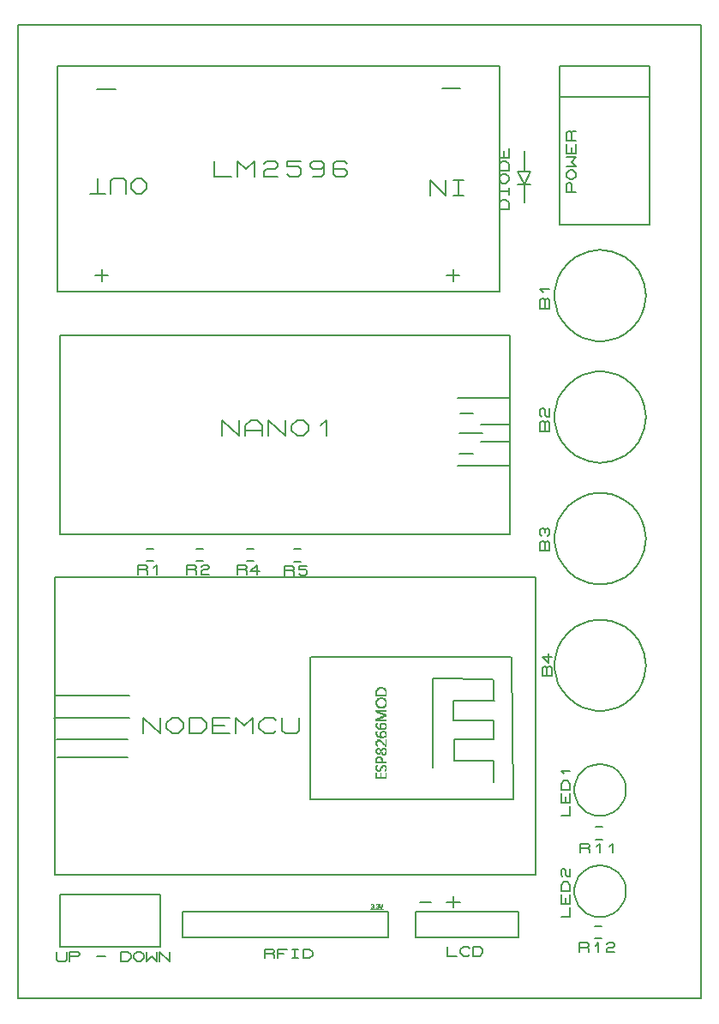
<source format=gbr>
G04 PROTEUS GERBER X2 FILE*
%TF.GenerationSoftware,Labcenter,Proteus,8.6-SP2-Build23525*%
%TF.CreationDate,2019-05-04T20:14:25+00:00*%
%TF.FileFunction,Legend,Top*%
%TF.FilePolarity,Positive*%
%TF.Part,Single*%
%FSLAX45Y45*%
%MOMM*%
G01*
%TA.AperFunction,Material*%
%ADD21C,0.203200*%
%TA.AperFunction,Profile*%
%ADD20C,0.203200*%
%TA.AperFunction,Material*%
%ADD22C,0.063500*%
%TD.AperFunction*%
D21*
X-9990000Y+1150000D02*
X-5540000Y+1150000D01*
X-5540000Y+3120000D01*
X-9990000Y+3120000D01*
X-9990000Y+1150000D01*
X-5550000Y+2500000D02*
X-6060000Y+2500000D01*
X-5550000Y+2070000D02*
X-5830000Y+2070000D01*
X-5550000Y+1830000D02*
X-6060000Y+1830000D01*
X-5550000Y+2240000D02*
X-5830000Y+2240000D01*
X-6030000Y+2350000D02*
X-5910000Y+2350000D01*
X-6040000Y+1950000D02*
X-5910000Y+1950000D01*
X-6040000Y+2150000D02*
X-5810000Y+2150000D01*
X-8386500Y+2130160D02*
X-8386500Y+2282560D01*
X-8215050Y+2130160D01*
X-8215050Y+2282560D01*
X-8157900Y+2130160D02*
X-8157900Y+2231760D01*
X-8100750Y+2282560D01*
X-8043600Y+2282560D01*
X-7986450Y+2231760D01*
X-7986450Y+2130160D01*
X-8157900Y+2180960D02*
X-7986450Y+2180960D01*
X-7929300Y+2130160D02*
X-7929300Y+2282560D01*
X-7757850Y+2130160D01*
X-7757850Y+2282560D01*
X-7700700Y+2231760D02*
X-7643550Y+2282560D01*
X-7586400Y+2282560D01*
X-7529250Y+2231760D01*
X-7529250Y+2180960D01*
X-7586400Y+2130160D01*
X-7643550Y+2130160D01*
X-7700700Y+2180960D01*
X-7700700Y+2231760D01*
X-7414950Y+2231760D02*
X-7357800Y+2282560D01*
X-7357800Y+2130160D01*
D20*
X-10400000Y-3430000D02*
X-3650000Y-3430000D01*
X-3650000Y+6180000D01*
X-10400000Y+6180000D01*
X-10400000Y-3430000D01*
D21*
X-10034000Y-2210000D02*
X-5284000Y-2210000D01*
X-5284000Y+730000D01*
X-10034000Y+730000D01*
X-10034000Y-2210000D01*
X-10034000Y-440000D02*
X-9304000Y-440000D01*
X-10044000Y-660000D02*
X-9304000Y-660000D01*
X-10024000Y-870000D02*
X-9314000Y-870000D01*
X-10014000Y-1050000D02*
X-9314000Y-1050000D01*
X-7504000Y-60000D02*
X-5534000Y-60000D01*
X-7514000Y-60000D02*
X-7514000Y-1460000D01*
X-5504000Y-1460000D01*
X-5524000Y-60000D01*
X-5704000Y-1290000D02*
X-5704000Y-1080000D01*
X-6094000Y-1080000D01*
X-6094000Y-870000D01*
X-5714000Y-870000D01*
X-5704000Y-870000D02*
X-5704000Y-680000D01*
X-6104000Y-680000D01*
X-6104000Y-490000D01*
X-5694000Y-490000D01*
X-5704000Y-480000D02*
X-5704000Y-290000D01*
X-5714000Y-280000D02*
X-6304000Y-270000D01*
X-6304000Y-280000D02*
X-6304000Y-1150000D01*
D22*
X-6868280Y-1254760D02*
X-6868280Y-1198880D01*
X-6868280Y-1163320D02*
X-6868280Y-1132840D01*
X-6868280Y-1097280D02*
X-6868280Y-1056640D01*
X-6868280Y-1000760D02*
X-6868280Y-970280D01*
X-6868280Y-919480D02*
X-6868280Y-889000D01*
X-6868280Y-822960D02*
X-6868280Y-797560D01*
X-6868280Y-741680D02*
X-6868280Y-716280D01*
X-6868280Y-685800D02*
X-6868280Y-670560D01*
X-6868280Y-594360D02*
X-6868280Y-579120D01*
X-6868280Y-523240D02*
X-6868280Y-487680D01*
X-6868280Y-436880D02*
X-6868280Y-386080D01*
X-6863200Y-1254760D02*
X-6863200Y-1198880D01*
X-6863200Y-1173480D02*
X-6863200Y-1127760D01*
X-6863200Y-1097280D02*
X-6863200Y-1046480D01*
X-6863200Y-1005840D02*
X-6863200Y-960120D01*
X-6863200Y-929640D02*
X-6863200Y-883920D01*
X-6863200Y-833120D02*
X-6863200Y-792480D01*
X-6863200Y-751840D02*
X-6863200Y-711200D01*
X-6863200Y-685800D02*
X-6863200Y-665480D01*
X-6863200Y-599440D02*
X-6863200Y-579120D01*
X-6863200Y-538480D02*
X-6863200Y-477520D01*
X-6863200Y-436880D02*
X-6863200Y-375920D01*
X-6858120Y-1254760D02*
X-6858120Y-1244600D01*
X-6858120Y-1178560D02*
X-6858120Y-1163320D01*
X-6858120Y-1132840D02*
X-6858120Y-1127760D01*
X-6858120Y-1097280D02*
X-6858120Y-1087120D01*
X-6858120Y-1056640D02*
X-6858120Y-1041400D01*
X-6858120Y-1010920D02*
X-6858120Y-995680D01*
X-6858120Y-975360D02*
X-6858120Y-960120D01*
X-6858120Y-934720D02*
X-6858120Y-919480D01*
X-6858120Y-894080D02*
X-6858120Y-878840D01*
X-6858120Y-838200D02*
X-6858120Y-822960D01*
X-6858120Y-797560D02*
X-6858120Y-792480D01*
X-6858120Y-756920D02*
X-6858120Y-741680D01*
X-6858120Y-716280D02*
X-6858120Y-711200D01*
X-6858120Y-685800D02*
X-6858120Y-665480D01*
X-6858120Y-599440D02*
X-6858120Y-579120D01*
X-6858120Y-543560D02*
X-6858120Y-523240D01*
X-6858120Y-492760D02*
X-6858120Y-472440D01*
X-6858120Y-436880D02*
X-6858120Y-426720D01*
X-6858120Y-391160D02*
X-6858120Y-370840D01*
X-6853040Y-1254760D02*
X-6853040Y-1244600D01*
X-6853040Y-1183640D02*
X-6853040Y-1168400D01*
X-6853040Y-1097280D02*
X-6853040Y-1087120D01*
X-6853040Y-1051560D02*
X-6853040Y-1036320D01*
X-6853040Y-1016000D02*
X-6853040Y-1000760D01*
X-6853040Y-965200D02*
X-6853040Y-955040D01*
X-6853040Y-934720D02*
X-6853040Y-929640D01*
X-6853040Y-889000D02*
X-6853040Y-873760D01*
X-6853040Y-843280D02*
X-6853040Y-833120D01*
X-6853040Y-762000D02*
X-6853040Y-751840D01*
X-6853040Y-685800D02*
X-6853040Y-660400D01*
X-6853040Y-604520D02*
X-6853040Y-579120D01*
X-6853040Y-548640D02*
X-6853040Y-533400D01*
X-6853040Y-482600D02*
X-6853040Y-467360D01*
X-6853040Y-436880D02*
X-6853040Y-426720D01*
X-6853040Y-381000D02*
X-6853040Y-365760D01*
X-6847960Y-1254760D02*
X-6847960Y-1244600D01*
X-6847960Y-1183640D02*
X-6847960Y-1173480D01*
X-6847960Y-1097280D02*
X-6847960Y-1087120D01*
X-6847960Y-1046480D02*
X-6847960Y-1036320D01*
X-6847960Y-1016000D02*
X-6847960Y-1005840D01*
X-6847960Y-965200D02*
X-6847960Y-955040D01*
X-6847960Y-883920D02*
X-6847960Y-873760D01*
X-6847960Y-843280D02*
X-6847960Y-833120D01*
X-6847960Y-762000D02*
X-6847960Y-751840D01*
X-6847960Y-685800D02*
X-6847960Y-660400D01*
X-6847960Y-604520D02*
X-6847960Y-579120D01*
X-6847960Y-548640D02*
X-6847960Y-538480D01*
X-6847960Y-477520D02*
X-6847960Y-462280D01*
X-6847960Y-436880D02*
X-6847960Y-426720D01*
X-6847960Y-375920D02*
X-6847960Y-360680D01*
X-6842880Y-1254760D02*
X-6842880Y-1244600D01*
X-6842880Y-1183640D02*
X-6842880Y-1173480D01*
X-6842880Y-1097280D02*
X-6842880Y-1087120D01*
X-6842880Y-1046480D02*
X-6842880Y-1036320D01*
X-6842880Y-1016000D02*
X-6842880Y-1005840D01*
X-6842880Y-965200D02*
X-6842880Y-955040D01*
X-6842880Y-883920D02*
X-6842880Y-873760D01*
X-6842880Y-848360D02*
X-6842880Y-838200D01*
X-6842880Y-767080D02*
X-6842880Y-756920D01*
X-6842880Y-685800D02*
X-6842880Y-675640D01*
X-6842880Y-670560D02*
X-6842880Y-660400D01*
X-6842880Y-604520D02*
X-6842880Y-594360D01*
X-6842880Y-589280D02*
X-6842880Y-579120D01*
X-6842880Y-553720D02*
X-6842880Y-543560D01*
X-6842880Y-472440D02*
X-6842880Y-462280D01*
X-6842880Y-436880D02*
X-6842880Y-426720D01*
X-6842880Y-370840D02*
X-6842880Y-360680D01*
X-6837800Y-1254760D02*
X-6837800Y-1244600D01*
X-6837800Y-1183640D02*
X-6837800Y-1173480D01*
X-6837800Y-1097280D02*
X-6837800Y-1087120D01*
X-6837800Y-1046480D02*
X-6837800Y-1036320D01*
X-6837800Y-1016000D02*
X-6837800Y-1005840D01*
X-6837800Y-965200D02*
X-6837800Y-955040D01*
X-6837800Y-883920D02*
X-6837800Y-873760D01*
X-6837800Y-848360D02*
X-6837800Y-838200D01*
X-6837800Y-767080D02*
X-6837800Y-756920D01*
X-6837800Y-685800D02*
X-6837800Y-675640D01*
X-6837800Y-670560D02*
X-6837800Y-655320D01*
X-6837800Y-609600D02*
X-6837800Y-594360D01*
X-6837800Y-589280D02*
X-6837800Y-579120D01*
X-6837800Y-553720D02*
X-6837800Y-543560D01*
X-6837800Y-472440D02*
X-6837800Y-462280D01*
X-6837800Y-436880D02*
X-6837800Y-426720D01*
X-6837800Y-370840D02*
X-6837800Y-355600D01*
X-6832720Y-1254760D02*
X-6832720Y-1244600D01*
X-6832720Y-1183640D02*
X-6832720Y-1168400D01*
X-6832720Y-1097280D02*
X-6832720Y-1087120D01*
X-6832720Y-1046480D02*
X-6832720Y-1036320D01*
X-6832720Y-1010920D02*
X-6832720Y-1000760D01*
X-6832720Y-970280D02*
X-6832720Y-960120D01*
X-6832720Y-883920D02*
X-6832720Y-873760D01*
X-6832720Y-853440D02*
X-6832720Y-843280D01*
X-6832720Y-772160D02*
X-6832720Y-762000D01*
X-6832720Y-685800D02*
X-6832720Y-675640D01*
X-6832720Y-665480D02*
X-6832720Y-655320D01*
X-6832720Y-609600D02*
X-6832720Y-599440D01*
X-6832720Y-589280D02*
X-6832720Y-579120D01*
X-6832720Y-558800D02*
X-6832720Y-548640D01*
X-6832720Y-467360D02*
X-6832720Y-457200D01*
X-6832720Y-436880D02*
X-6832720Y-426720D01*
X-6832720Y-365760D02*
X-6832720Y-355600D01*
X-6827640Y-1254760D02*
X-6827640Y-1244600D01*
X-6827640Y-1178560D02*
X-6827640Y-1158240D01*
X-6827640Y-1097280D02*
X-6827640Y-1087120D01*
X-6827640Y-1046480D02*
X-6827640Y-1036320D01*
X-6827640Y-1005840D02*
X-6827640Y-995680D01*
X-6827640Y-980440D02*
X-6827640Y-965200D01*
X-6827640Y-889000D02*
X-6827640Y-878840D01*
X-6827640Y-853440D02*
X-6827640Y-843280D01*
X-6827640Y-833120D02*
X-6827640Y-802640D01*
X-6827640Y-772160D02*
X-6827640Y-762000D01*
X-6827640Y-751840D02*
X-6827640Y-721360D01*
X-6827640Y-685800D02*
X-6827640Y-675640D01*
X-6827640Y-665480D02*
X-6827640Y-650240D01*
X-6827640Y-614680D02*
X-6827640Y-599440D01*
X-6827640Y-589280D02*
X-6827640Y-579120D01*
X-6827640Y-558800D02*
X-6827640Y-548640D01*
X-6827640Y-467360D02*
X-6827640Y-457200D01*
X-6827640Y-436880D02*
X-6827640Y-426720D01*
X-6827640Y-365760D02*
X-6827640Y-355600D01*
X-6822560Y-1254760D02*
X-6822560Y-1203960D01*
X-6822560Y-1173480D02*
X-6822560Y-1148080D01*
X-6822560Y-1097280D02*
X-6822560Y-1087120D01*
X-6822560Y-1051560D02*
X-6822560Y-1041400D01*
X-6822560Y-1000760D02*
X-6822560Y-975360D01*
X-6822560Y-889000D02*
X-6822560Y-878840D01*
X-6822560Y-853440D02*
X-6822560Y-843280D01*
X-6822560Y-838200D02*
X-6822560Y-797560D01*
X-6822560Y-772160D02*
X-6822560Y-762000D01*
X-6822560Y-756920D02*
X-6822560Y-716280D01*
X-6822560Y-685800D02*
X-6822560Y-675640D01*
X-6822560Y-660400D02*
X-6822560Y-650240D01*
X-6822560Y-614680D02*
X-6822560Y-604520D01*
X-6822560Y-589280D02*
X-6822560Y-579120D01*
X-6822560Y-558800D02*
X-6822560Y-548640D01*
X-6822560Y-467360D02*
X-6822560Y-457200D01*
X-6822560Y-436880D02*
X-6822560Y-426720D01*
X-6822560Y-365760D02*
X-6822560Y-355600D01*
X-6817480Y-1254760D02*
X-6817480Y-1203960D01*
X-6817480Y-1163320D02*
X-6817480Y-1143000D01*
X-6817480Y-1097280D02*
X-6817480Y-1087120D01*
X-6817480Y-1061720D02*
X-6817480Y-1041400D01*
X-6817480Y-1000760D02*
X-6817480Y-970280D01*
X-6817480Y-894080D02*
X-6817480Y-883920D01*
X-6817480Y-853440D02*
X-6817480Y-833120D01*
X-6817480Y-807720D02*
X-6817480Y-792480D01*
X-6817480Y-772160D02*
X-6817480Y-751840D01*
X-6817480Y-726440D02*
X-6817480Y-711200D01*
X-6817480Y-685800D02*
X-6817480Y-675640D01*
X-6817480Y-660400D02*
X-6817480Y-645160D01*
X-6817480Y-619760D02*
X-6817480Y-604520D01*
X-6817480Y-589280D02*
X-6817480Y-579120D01*
X-6817480Y-558800D02*
X-6817480Y-548640D01*
X-6817480Y-467360D02*
X-6817480Y-457200D01*
X-6817480Y-436880D02*
X-6817480Y-426720D01*
X-6817480Y-365760D02*
X-6817480Y-355600D01*
X-6812400Y-1254760D02*
X-6812400Y-1244600D01*
X-6812400Y-1153160D02*
X-6812400Y-1132840D01*
X-6812400Y-1097280D02*
X-6812400Y-1046480D01*
X-6812400Y-1010920D02*
X-6812400Y-995680D01*
X-6812400Y-980440D02*
X-6812400Y-965200D01*
X-6812400Y-899160D02*
X-6812400Y-889000D01*
X-6812400Y-853440D02*
X-6812400Y-838200D01*
X-6812400Y-802640D02*
X-6812400Y-792480D01*
X-6812400Y-772160D02*
X-6812400Y-756920D01*
X-6812400Y-721360D02*
X-6812400Y-711200D01*
X-6812400Y-685800D02*
X-6812400Y-675640D01*
X-6812400Y-655320D02*
X-6812400Y-645160D01*
X-6812400Y-619760D02*
X-6812400Y-609600D01*
X-6812400Y-589280D02*
X-6812400Y-579120D01*
X-6812400Y-558800D02*
X-6812400Y-548640D01*
X-6812400Y-467360D02*
X-6812400Y-457200D01*
X-6812400Y-436880D02*
X-6812400Y-426720D01*
X-6812400Y-365760D02*
X-6812400Y-355600D01*
X-6807320Y-1254760D02*
X-6807320Y-1244600D01*
X-6807320Y-1148080D02*
X-6807320Y-1127760D01*
X-6807320Y-1097280D02*
X-6807320Y-1056640D01*
X-6807320Y-1016000D02*
X-6807320Y-1000760D01*
X-6807320Y-975360D02*
X-6807320Y-960120D01*
X-6807320Y-904240D02*
X-6807320Y-894080D01*
X-6807320Y-853440D02*
X-6807320Y-843280D01*
X-6807320Y-797560D02*
X-6807320Y-787400D01*
X-6807320Y-772160D02*
X-6807320Y-762000D01*
X-6807320Y-716280D02*
X-6807320Y-706120D01*
X-6807320Y-685800D02*
X-6807320Y-675640D01*
X-6807320Y-655320D02*
X-6807320Y-640080D01*
X-6807320Y-624840D02*
X-6807320Y-609600D01*
X-6807320Y-589280D02*
X-6807320Y-579120D01*
X-6807320Y-558800D02*
X-6807320Y-548640D01*
X-6807320Y-467360D02*
X-6807320Y-457200D01*
X-6807320Y-436880D02*
X-6807320Y-426720D01*
X-6807320Y-365760D02*
X-6807320Y-355600D01*
X-6802240Y-1254760D02*
X-6802240Y-1244600D01*
X-6802240Y-1137920D02*
X-6802240Y-1122680D01*
X-6802240Y-1097280D02*
X-6802240Y-1087120D01*
X-6802240Y-1021080D02*
X-6802240Y-1005840D01*
X-6802240Y-970280D02*
X-6802240Y-955040D01*
X-6802240Y-909320D02*
X-6802240Y-899160D01*
X-6802240Y-853440D02*
X-6802240Y-843280D01*
X-6802240Y-797560D02*
X-6802240Y-787400D01*
X-6802240Y-772160D02*
X-6802240Y-762000D01*
X-6802240Y-716280D02*
X-6802240Y-706120D01*
X-6802240Y-685800D02*
X-6802240Y-675640D01*
X-6802240Y-650240D02*
X-6802240Y-640080D01*
X-6802240Y-624840D02*
X-6802240Y-609600D01*
X-6802240Y-589280D02*
X-6802240Y-579120D01*
X-6802240Y-558800D02*
X-6802240Y-548640D01*
X-6802240Y-467360D02*
X-6802240Y-457200D01*
X-6802240Y-436880D02*
X-6802240Y-426720D01*
X-6802240Y-365760D02*
X-6802240Y-355600D01*
X-6797160Y-1254760D02*
X-6797160Y-1244600D01*
X-6797160Y-1132840D02*
X-6797160Y-1122680D01*
X-6797160Y-1097280D02*
X-6797160Y-1087120D01*
X-6797160Y-1021080D02*
X-6797160Y-1010920D01*
X-6797160Y-965200D02*
X-6797160Y-955040D01*
X-6797160Y-914400D02*
X-6797160Y-904240D01*
X-6797160Y-853440D02*
X-6797160Y-843280D01*
X-6797160Y-797560D02*
X-6797160Y-787400D01*
X-6797160Y-772160D02*
X-6797160Y-762000D01*
X-6797160Y-716280D02*
X-6797160Y-706120D01*
X-6797160Y-685800D02*
X-6797160Y-675640D01*
X-6797160Y-650240D02*
X-6797160Y-640080D01*
X-6797160Y-624840D02*
X-6797160Y-614680D01*
X-6797160Y-589280D02*
X-6797160Y-579120D01*
X-6797160Y-553720D02*
X-6797160Y-543560D01*
X-6797160Y-472440D02*
X-6797160Y-462280D01*
X-6797160Y-436880D02*
X-6797160Y-426720D01*
X-6797160Y-370840D02*
X-6797160Y-360680D01*
X-6792080Y-1254760D02*
X-6792080Y-1244600D01*
X-6792080Y-1132840D02*
X-6792080Y-1122680D01*
X-6792080Y-1097280D02*
X-6792080Y-1087120D01*
X-6792080Y-1021080D02*
X-6792080Y-1010920D01*
X-6792080Y-965200D02*
X-6792080Y-955040D01*
X-6792080Y-919480D02*
X-6792080Y-909320D01*
X-6792080Y-853440D02*
X-6792080Y-843280D01*
X-6792080Y-797560D02*
X-6792080Y-787400D01*
X-6792080Y-772160D02*
X-6792080Y-762000D01*
X-6792080Y-716280D02*
X-6792080Y-706120D01*
X-6792080Y-685800D02*
X-6792080Y-675640D01*
X-6792080Y-650240D02*
X-6792080Y-635000D01*
X-6792080Y-629920D02*
X-6792080Y-614680D01*
X-6792080Y-589280D02*
X-6792080Y-579120D01*
X-6792080Y-553720D02*
X-6792080Y-543560D01*
X-6792080Y-472440D02*
X-6792080Y-462280D01*
X-6792080Y-436880D02*
X-6792080Y-426720D01*
X-6792080Y-370840D02*
X-6792080Y-360680D01*
X-6787000Y-1254760D02*
X-6787000Y-1244600D01*
X-6787000Y-1132840D02*
X-6787000Y-1122680D01*
X-6787000Y-1097280D02*
X-6787000Y-1087120D01*
X-6787000Y-1021080D02*
X-6787000Y-1010920D01*
X-6787000Y-965200D02*
X-6787000Y-955040D01*
X-6787000Y-924560D02*
X-6787000Y-914400D01*
X-6787000Y-848360D02*
X-6787000Y-838200D01*
X-6787000Y-797560D02*
X-6787000Y-787400D01*
X-6787000Y-767080D02*
X-6787000Y-756920D01*
X-6787000Y-716280D02*
X-6787000Y-706120D01*
X-6787000Y-685800D02*
X-6787000Y-675640D01*
X-6787000Y-645160D02*
X-6787000Y-635000D01*
X-6787000Y-629920D02*
X-6787000Y-619760D01*
X-6787000Y-589280D02*
X-6787000Y-579120D01*
X-6787000Y-553720D02*
X-6787000Y-538480D01*
X-6787000Y-477520D02*
X-6787000Y-467360D01*
X-6787000Y-436880D02*
X-6787000Y-426720D01*
X-6787000Y-375920D02*
X-6787000Y-365760D01*
X-6781920Y-1254760D02*
X-6781920Y-1244600D01*
X-6781920Y-1183640D02*
X-6781920Y-1178560D01*
X-6781920Y-1132840D02*
X-6781920Y-1122680D01*
X-6781920Y-1097280D02*
X-6781920Y-1087120D01*
X-6781920Y-1021080D02*
X-6781920Y-1005840D01*
X-6781920Y-970280D02*
X-6781920Y-955040D01*
X-6781920Y-929640D02*
X-6781920Y-919480D01*
X-6781920Y-848360D02*
X-6781920Y-838200D01*
X-6781920Y-802640D02*
X-6781920Y-792480D01*
X-6781920Y-767080D02*
X-6781920Y-756920D01*
X-6781920Y-721360D02*
X-6781920Y-711200D01*
X-6781920Y-685800D02*
X-6781920Y-675640D01*
X-6781920Y-645160D02*
X-6781920Y-619760D01*
X-6781920Y-589280D02*
X-6781920Y-579120D01*
X-6781920Y-548640D02*
X-6781920Y-533400D01*
X-6781920Y-482600D02*
X-6781920Y-467360D01*
X-6781920Y-436880D02*
X-6781920Y-426720D01*
X-6781920Y-381000D02*
X-6781920Y-365760D01*
X-6776840Y-1254760D02*
X-6776840Y-1244600D01*
X-6776840Y-1183640D02*
X-6776840Y-1168400D01*
X-6776840Y-1143000D02*
X-6776840Y-1127760D01*
X-6776840Y-1097280D02*
X-6776840Y-1087120D01*
X-6776840Y-1016000D02*
X-6776840Y-1000760D01*
X-6776840Y-975360D02*
X-6776840Y-960120D01*
X-6776840Y-934720D02*
X-6776840Y-924560D01*
X-6776840Y-843280D02*
X-6776840Y-833120D01*
X-6776840Y-807720D02*
X-6776840Y-792480D01*
X-6776840Y-762000D02*
X-6776840Y-751840D01*
X-6776840Y-726440D02*
X-6776840Y-711200D01*
X-6776840Y-685800D02*
X-6776840Y-675640D01*
X-6776840Y-640080D02*
X-6776840Y-624840D01*
X-6776840Y-589280D02*
X-6776840Y-579120D01*
X-6776840Y-543560D02*
X-6776840Y-523240D01*
X-6776840Y-492760D02*
X-6776840Y-472440D01*
X-6776840Y-436880D02*
X-6776840Y-426720D01*
X-6776840Y-391160D02*
X-6776840Y-370840D01*
X-6771760Y-1254760D02*
X-6771760Y-1198880D01*
X-6771760Y-1178560D02*
X-6771760Y-1132840D01*
X-6771760Y-1097280D02*
X-6771760Y-1087120D01*
X-6771760Y-1010920D02*
X-6771760Y-965200D01*
X-6771760Y-939800D02*
X-6771760Y-873760D01*
X-6771760Y-843280D02*
X-6771760Y-797560D01*
X-6771760Y-762000D02*
X-6771760Y-716280D01*
X-6771760Y-685800D02*
X-6771760Y-675640D01*
X-6771760Y-640080D02*
X-6771760Y-624840D01*
X-6771760Y-589280D02*
X-6771760Y-579120D01*
X-6771760Y-538480D02*
X-6771760Y-477520D01*
X-6771760Y-436880D02*
X-6771760Y-381000D01*
X-6766680Y-1254760D02*
X-6766680Y-1198880D01*
X-6766680Y-1168400D02*
X-6766680Y-1143000D01*
X-6766680Y-1097280D02*
X-6766680Y-1087120D01*
X-6766680Y-1005840D02*
X-6766680Y-975360D01*
X-6766680Y-939800D02*
X-6766680Y-873760D01*
X-6766680Y-833120D02*
X-6766680Y-807720D01*
X-6766680Y-751840D02*
X-6766680Y-726440D01*
X-6766680Y-685800D02*
X-6766680Y-675640D01*
X-6766680Y-635000D02*
X-6766680Y-629920D01*
X-6766680Y-589280D02*
X-6766680Y-579120D01*
X-6766680Y-528320D02*
X-6766680Y-492760D01*
X-6766680Y-436880D02*
X-6766680Y-391160D01*
D21*
X-9164100Y-809840D02*
X-9164100Y-657440D01*
X-8992650Y-809840D01*
X-8992650Y-657440D01*
X-8935500Y-708240D02*
X-8878350Y-657440D01*
X-8821200Y-657440D01*
X-8764050Y-708240D01*
X-8764050Y-759040D01*
X-8821200Y-809840D01*
X-8878350Y-809840D01*
X-8935500Y-759040D01*
X-8935500Y-708240D01*
X-8706900Y-809840D02*
X-8706900Y-657440D01*
X-8592600Y-657440D01*
X-8535450Y-708240D01*
X-8535450Y-759040D01*
X-8592600Y-809840D01*
X-8706900Y-809840D01*
X-8306850Y-809840D02*
X-8478300Y-809840D01*
X-8478300Y-657440D01*
X-8306850Y-657440D01*
X-8478300Y-733640D02*
X-8364000Y-733640D01*
X-8249700Y-809840D02*
X-8249700Y-657440D01*
X-8163975Y-733640D01*
X-8078250Y-657440D01*
X-8078250Y-809840D01*
X-7849650Y-784440D02*
X-7878225Y-809840D01*
X-7963950Y-809840D01*
X-8021100Y-759040D01*
X-8021100Y-708240D01*
X-7963950Y-657440D01*
X-7878225Y-657440D01*
X-7849650Y-682840D01*
X-7792500Y-657440D02*
X-7792500Y-784440D01*
X-7763925Y-809840D01*
X-7649625Y-809840D01*
X-7621050Y-784440D01*
X-7621050Y-657440D01*
X-10010000Y+3550000D02*
X-5640000Y+3550000D01*
X-5640000Y+5780000D01*
X-10010000Y+5780000D01*
X-10010000Y+3550000D01*
X-6040000Y+3710000D02*
X-6170000Y+3710000D01*
X-6100000Y+3650000D02*
X-6100000Y+3770000D01*
X-6030000Y+5560000D02*
X-6210000Y+5560000D01*
X-9510000Y+3710000D02*
X-9640000Y+3710000D01*
X-9570000Y+3650000D02*
X-9570000Y+3770000D01*
X-9440000Y+5550000D02*
X-9620000Y+5550000D01*
X-5995400Y+4500800D02*
X-6097000Y+4500800D01*
X-6046200Y+4500800D02*
X-6046200Y+4653200D01*
X-5995400Y+4653200D02*
X-6097000Y+4653200D01*
X-6173200Y+4653200D02*
X-6173200Y+4500800D01*
X-6325600Y+4653200D01*
X-6325600Y+4500800D01*
X-9130000Y+4561600D02*
X-9180800Y+4510800D01*
X-9231600Y+4510800D01*
X-9282400Y+4561600D01*
X-9282400Y+4612400D01*
X-9231600Y+4663200D01*
X-9180800Y+4663200D01*
X-9130000Y+4612400D01*
X-9130000Y+4561600D01*
X-9333200Y+4510800D02*
X-9333200Y+4637800D01*
X-9358600Y+4663200D01*
X-9460200Y+4663200D01*
X-9485600Y+4637800D01*
X-9485600Y+4510800D01*
X-9536400Y+4510800D02*
X-9688800Y+4510800D01*
X-9612600Y+4510800D02*
X-9612600Y+4663200D01*
X-8460800Y+4839840D02*
X-8460800Y+4687440D01*
X-8289350Y+4687440D01*
X-8232200Y+4687440D02*
X-8232200Y+4839840D01*
X-8146475Y+4763640D01*
X-8060750Y+4839840D01*
X-8060750Y+4687440D01*
X-7975025Y+4814440D02*
X-7946450Y+4839840D01*
X-7860725Y+4839840D01*
X-7832150Y+4814440D01*
X-7832150Y+4789040D01*
X-7860725Y+4763640D01*
X-7946450Y+4763640D01*
X-7975025Y+4738240D01*
X-7975025Y+4687440D01*
X-7832150Y+4687440D01*
X-7603550Y+4839840D02*
X-7746425Y+4839840D01*
X-7746425Y+4789040D01*
X-7632125Y+4789040D01*
X-7603550Y+4763640D01*
X-7603550Y+4712840D01*
X-7632125Y+4687440D01*
X-7717850Y+4687440D01*
X-7746425Y+4712840D01*
X-7374950Y+4789040D02*
X-7403525Y+4763640D01*
X-7489250Y+4763640D01*
X-7517825Y+4789040D01*
X-7517825Y+4814440D01*
X-7489250Y+4839840D01*
X-7403525Y+4839840D01*
X-7374950Y+4814440D01*
X-7374950Y+4712840D01*
X-7403525Y+4687440D01*
X-7489250Y+4687440D01*
X-7146350Y+4814440D02*
X-7174925Y+4839840D01*
X-7260650Y+4839840D01*
X-7289225Y+4814440D01*
X-7289225Y+4712840D01*
X-7260650Y+4687440D01*
X-7174925Y+4687440D01*
X-7146350Y+4712840D01*
X-7146350Y+4738240D01*
X-7174925Y+4763640D01*
X-7289225Y+4763640D01*
X-5050000Y+4210000D02*
X-4160000Y+4210000D01*
X-4160000Y+5780000D01*
X-5050000Y+5780000D01*
X-5050000Y+4210000D01*
X-5040000Y+5470000D02*
X-4160000Y+5470000D01*
X-4890640Y+4527500D02*
X-4982080Y+4527500D01*
X-4982080Y+4606875D01*
X-4966840Y+4622750D01*
X-4951600Y+4622750D01*
X-4936360Y+4606875D01*
X-4936360Y+4527500D01*
X-4951600Y+4654500D02*
X-4982080Y+4686250D01*
X-4982080Y+4718000D01*
X-4951600Y+4749750D01*
X-4921120Y+4749750D01*
X-4890640Y+4718000D01*
X-4890640Y+4686250D01*
X-4921120Y+4654500D01*
X-4951600Y+4654500D01*
X-4982080Y+4781500D02*
X-4890640Y+4781500D01*
X-4936360Y+4829125D01*
X-4890640Y+4876750D01*
X-4982080Y+4876750D01*
X-4890640Y+5003750D02*
X-4890640Y+4908500D01*
X-4982080Y+4908500D01*
X-4982080Y+5003750D01*
X-4936360Y+4908500D02*
X-4936360Y+4972000D01*
X-4890640Y+5035500D02*
X-4982080Y+5035500D01*
X-4982080Y+5114875D01*
X-4966840Y+5130750D01*
X-4951600Y+5130750D01*
X-4936360Y+5114875D01*
X-4936360Y+5035500D01*
X-4936360Y+5114875D02*
X-4921120Y+5130750D01*
X-4890640Y+5130750D01*
X-4199662Y+3510000D02*
X-4201058Y+3545433D01*
X-4212388Y+3616301D01*
X-4235976Y+3687169D01*
X-4274125Y+3758037D01*
X-4332031Y+3828904D01*
X-4402899Y+3886491D01*
X-4473767Y+3924423D01*
X-4544635Y+3947838D01*
X-4615503Y+3959015D01*
X-4650000Y+3960338D01*
X-5100338Y+3510000D02*
X-5098942Y+3545433D01*
X-5087612Y+3616301D01*
X-5064024Y+3687169D01*
X-5025875Y+3758037D01*
X-4967969Y+3828904D01*
X-4897101Y+3886491D01*
X-4826233Y+3924423D01*
X-4755365Y+3947838D01*
X-4684497Y+3959015D01*
X-4650000Y+3960338D01*
X-5100338Y+3510000D02*
X-5098942Y+3474567D01*
X-5087612Y+3403699D01*
X-5064024Y+3332831D01*
X-5025875Y+3261963D01*
X-4967969Y+3191096D01*
X-4897101Y+3133509D01*
X-4826233Y+3095577D01*
X-4755365Y+3072162D01*
X-4684497Y+3060985D01*
X-4650000Y+3059662D01*
X-4199662Y+3510000D02*
X-4201058Y+3474567D01*
X-4212388Y+3403699D01*
X-4235976Y+3332831D01*
X-4274125Y+3261963D01*
X-4332031Y+3191096D01*
X-4402899Y+3133509D01*
X-4473767Y+3095577D01*
X-4544635Y+3072162D01*
X-4615503Y+3060985D01*
X-4650000Y+3059662D01*
X-5150978Y+3383000D02*
X-5242418Y+3383000D01*
X-5242418Y+3462375D01*
X-5227178Y+3478250D01*
X-5211938Y+3478250D01*
X-5196698Y+3462375D01*
X-5181458Y+3478250D01*
X-5166218Y+3478250D01*
X-5150978Y+3462375D01*
X-5150978Y+3383000D01*
X-5196698Y+3383000D02*
X-5196698Y+3462375D01*
X-5211938Y+3541750D02*
X-5242418Y+3573500D01*
X-5150978Y+3573500D01*
X-4199662Y+2310000D02*
X-4201058Y+2345433D01*
X-4212388Y+2416301D01*
X-4235976Y+2487169D01*
X-4274125Y+2558037D01*
X-4332031Y+2628904D01*
X-4402899Y+2686491D01*
X-4473767Y+2724423D01*
X-4544635Y+2747838D01*
X-4615503Y+2759015D01*
X-4650000Y+2760338D01*
X-5100338Y+2310000D02*
X-5098942Y+2345433D01*
X-5087612Y+2416301D01*
X-5064024Y+2487169D01*
X-5025875Y+2558037D01*
X-4967969Y+2628904D01*
X-4897101Y+2686491D01*
X-4826233Y+2724423D01*
X-4755365Y+2747838D01*
X-4684497Y+2759015D01*
X-4650000Y+2760338D01*
X-5100338Y+2310000D02*
X-5098942Y+2274567D01*
X-5087612Y+2203699D01*
X-5064024Y+2132831D01*
X-5025875Y+2061963D01*
X-4967969Y+1991096D01*
X-4897101Y+1933509D01*
X-4826233Y+1895577D01*
X-4755365Y+1872162D01*
X-4684497Y+1860985D01*
X-4650000Y+1859662D01*
X-4199662Y+2310000D02*
X-4201058Y+2274567D01*
X-4212388Y+2203699D01*
X-4235976Y+2132831D01*
X-4274125Y+2061963D01*
X-4332031Y+1991096D01*
X-4402899Y+1933509D01*
X-4473767Y+1895577D01*
X-4544635Y+1872162D01*
X-4615503Y+1860985D01*
X-4650000Y+1859662D01*
X-5150978Y+2173000D02*
X-5242418Y+2173000D01*
X-5242418Y+2252375D01*
X-5227178Y+2268250D01*
X-5211938Y+2268250D01*
X-5196698Y+2252375D01*
X-5181458Y+2268250D01*
X-5166218Y+2268250D01*
X-5150978Y+2252375D01*
X-5150978Y+2173000D01*
X-5196698Y+2173000D02*
X-5196698Y+2252375D01*
X-5227178Y+2315875D02*
X-5242418Y+2331750D01*
X-5242418Y+2379375D01*
X-5227178Y+2395250D01*
X-5211938Y+2395250D01*
X-5196698Y+2379375D01*
X-5196698Y+2331750D01*
X-5181458Y+2315875D01*
X-5150978Y+2315875D01*
X-5150978Y+2395250D01*
X-4199662Y+1110000D02*
X-4201058Y+1145433D01*
X-4212388Y+1216301D01*
X-4235976Y+1287169D01*
X-4274125Y+1358037D01*
X-4332031Y+1428904D01*
X-4402899Y+1486491D01*
X-4473767Y+1524423D01*
X-4544635Y+1547838D01*
X-4615503Y+1559015D01*
X-4650000Y+1560338D01*
X-5100338Y+1110000D02*
X-5098942Y+1145433D01*
X-5087612Y+1216301D01*
X-5064024Y+1287169D01*
X-5025875Y+1358037D01*
X-4967969Y+1428904D01*
X-4897101Y+1486491D01*
X-4826233Y+1524423D01*
X-4755365Y+1547838D01*
X-4684497Y+1559015D01*
X-4650000Y+1560338D01*
X-5100338Y+1110000D02*
X-5098942Y+1074567D01*
X-5087612Y+1003699D01*
X-5064024Y+932831D01*
X-5025875Y+861963D01*
X-4967969Y+791096D01*
X-4897101Y+733509D01*
X-4826233Y+695577D01*
X-4755365Y+672162D01*
X-4684497Y+660985D01*
X-4650000Y+659662D01*
X-4199662Y+1110000D02*
X-4201058Y+1074567D01*
X-4212388Y+1003699D01*
X-4235976Y+932831D01*
X-4274125Y+861963D01*
X-4332031Y+791096D01*
X-4402899Y+733509D01*
X-4473767Y+695577D01*
X-4544635Y+672162D01*
X-4615503Y+660985D01*
X-4650000Y+659662D01*
X-5150978Y+993000D02*
X-5242418Y+993000D01*
X-5242418Y+1072375D01*
X-5227178Y+1088250D01*
X-5211938Y+1088250D01*
X-5196698Y+1072375D01*
X-5181458Y+1088250D01*
X-5166218Y+1088250D01*
X-5150978Y+1072375D01*
X-5150978Y+993000D01*
X-5196698Y+993000D02*
X-5196698Y+1072375D01*
X-5227178Y+1135875D02*
X-5242418Y+1151750D01*
X-5242418Y+1199375D01*
X-5227178Y+1215250D01*
X-5211938Y+1215250D01*
X-5196698Y+1199375D01*
X-5181458Y+1215250D01*
X-5166218Y+1215250D01*
X-5150978Y+1199375D01*
X-5150978Y+1151750D01*
X-5166218Y+1135875D01*
X-5196698Y+1167625D02*
X-5196698Y+1199375D01*
X-4199662Y-140000D02*
X-4201058Y-104567D01*
X-4212388Y-33699D01*
X-4235976Y+37169D01*
X-4274125Y+108037D01*
X-4332031Y+178904D01*
X-4402899Y+236491D01*
X-4473767Y+274423D01*
X-4544635Y+297838D01*
X-4615503Y+309015D01*
X-4650000Y+310338D01*
X-5100338Y-140000D02*
X-5098942Y-104567D01*
X-5087612Y-33699D01*
X-5064024Y+37169D01*
X-5025875Y+108037D01*
X-4967969Y+178904D01*
X-4897101Y+236491D01*
X-4826233Y+274423D01*
X-4755365Y+297838D01*
X-4684497Y+309015D01*
X-4650000Y+310338D01*
X-5100338Y-140000D02*
X-5098942Y-175433D01*
X-5087612Y-246301D01*
X-5064024Y-317169D01*
X-5025875Y-388037D01*
X-4967969Y-458904D01*
X-4897101Y-516491D01*
X-4826233Y-554423D01*
X-4755365Y-577838D01*
X-4684497Y-589015D01*
X-4650000Y-590338D01*
X-4199662Y-140000D02*
X-4201058Y-175433D01*
X-4212388Y-246301D01*
X-4235976Y-317169D01*
X-4274125Y-388037D01*
X-4332031Y-458904D01*
X-4402899Y-516491D01*
X-4473767Y-554423D01*
X-4544635Y-577838D01*
X-4615503Y-589015D01*
X-4650000Y-590338D01*
X-5130978Y-247000D02*
X-5222418Y-247000D01*
X-5222418Y-167625D01*
X-5207178Y-151750D01*
X-5191938Y-151750D01*
X-5176698Y-167625D01*
X-5161458Y-151750D01*
X-5146218Y-151750D01*
X-5130978Y-167625D01*
X-5130978Y-247000D01*
X-5176698Y-247000D02*
X-5176698Y-167625D01*
X-5161458Y-24750D02*
X-5161458Y-120000D01*
X-5222418Y-56500D01*
X-5130978Y-56500D01*
X-8777000Y-2827000D02*
X-6745000Y-2827000D01*
X-6745000Y-2573000D01*
X-8777000Y-2573000D01*
X-8777000Y-2827000D01*
X-7965000Y-3032360D02*
X-7965000Y-2940920D01*
X-7885625Y-2940920D01*
X-7869750Y-2956160D01*
X-7869750Y-2971400D01*
X-7885625Y-2986640D01*
X-7965000Y-2986640D01*
X-7885625Y-2986640D02*
X-7869750Y-3001880D01*
X-7869750Y-3032360D01*
X-7838000Y-3032360D02*
X-7838000Y-2940920D01*
X-7742750Y-2940920D01*
X-7838000Y-2986640D02*
X-7774500Y-2986640D01*
X-7695125Y-2940920D02*
X-7631625Y-2940920D01*
X-7663375Y-2940920D02*
X-7663375Y-3032360D01*
X-7695125Y-3032360D02*
X-7631625Y-3032360D01*
X-7584000Y-3032360D02*
X-7584000Y-2940920D01*
X-7520500Y-2940920D01*
X-7488750Y-2971400D01*
X-7488750Y-3001880D01*
X-7520500Y-3032360D01*
X-7584000Y-3032360D01*
X-5336500Y+4731800D02*
X-5463500Y+4731800D01*
X-5336500Y+4731800D02*
X-5400000Y+4604800D01*
X-5463500Y+4731800D02*
X-5400000Y+4604800D01*
X-5336500Y+4604800D02*
X-5463500Y+4604800D01*
X-5400000Y+4935000D02*
X-5400000Y+4731800D01*
X-5400000Y+4604800D02*
X-5400000Y+4427000D01*
X-5554420Y+4363500D02*
X-5645860Y+4363500D01*
X-5645860Y+4427000D01*
X-5615380Y+4458750D01*
X-5584900Y+4458750D01*
X-5554420Y+4427000D01*
X-5554420Y+4363500D01*
X-5645860Y+4506375D02*
X-5645860Y+4569875D01*
X-5645860Y+4538125D02*
X-5554420Y+4538125D01*
X-5554420Y+4506375D02*
X-5554420Y+4569875D01*
X-5615380Y+4617500D02*
X-5645860Y+4649250D01*
X-5645860Y+4681000D01*
X-5615380Y+4712750D01*
X-5584900Y+4712750D01*
X-5554420Y+4681000D01*
X-5554420Y+4649250D01*
X-5584900Y+4617500D01*
X-5615380Y+4617500D01*
X-5554420Y+4744500D02*
X-5645860Y+4744500D01*
X-5645860Y+4808000D01*
X-5615380Y+4839750D01*
X-5584900Y+4839750D01*
X-5554420Y+4808000D01*
X-5554420Y+4744500D01*
X-5554420Y+4966750D02*
X-5554420Y+4871500D01*
X-5645860Y+4871500D01*
X-5645860Y+4966750D01*
X-5600140Y+4871500D02*
X-5600140Y+4935000D01*
X-6477000Y-2827000D02*
X-5461000Y-2827000D01*
X-5461000Y-2573000D01*
X-6477000Y-2573000D01*
X-6477000Y-2827000D01*
X-6159500Y-2917640D02*
X-6159500Y-3009080D01*
X-6064250Y-3009080D01*
X-5937250Y-2993840D02*
X-5953125Y-3009080D01*
X-6000750Y-3009080D01*
X-6032500Y-2978600D01*
X-6032500Y-2948120D01*
X-6000750Y-2917640D01*
X-5953125Y-2917640D01*
X-5937250Y-2932880D01*
X-5905500Y-3009080D02*
X-5905500Y-2917640D01*
X-5842000Y-2917640D01*
X-5810250Y-2948120D01*
X-5810250Y-2978600D01*
X-5842000Y-3009080D01*
X-5905500Y-3009080D01*
X-9990000Y-2920000D02*
X-9000000Y-2920000D01*
X-9000000Y-2400000D01*
X-9990000Y-2400000D01*
X-9990000Y-2920000D01*
X-10016500Y-2967920D02*
X-10016500Y-3044120D01*
X-10000625Y-3059360D01*
X-9937125Y-3059360D01*
X-9921250Y-3044120D01*
X-9921250Y-2967920D01*
X-9889500Y-3059360D02*
X-9889500Y-2967920D01*
X-9810125Y-2967920D01*
X-9794250Y-2983160D01*
X-9794250Y-2998400D01*
X-9810125Y-3013640D01*
X-9889500Y-3013640D01*
X-9619625Y-3013640D02*
X-9540250Y-3013640D01*
X-9381500Y-3059360D02*
X-9381500Y-2967920D01*
X-9318000Y-2967920D01*
X-9286250Y-2998400D01*
X-9286250Y-3028880D01*
X-9318000Y-3059360D01*
X-9381500Y-3059360D01*
X-9254500Y-2998400D02*
X-9222750Y-2967920D01*
X-9191000Y-2967920D01*
X-9159250Y-2998400D01*
X-9159250Y-3028880D01*
X-9191000Y-3059360D01*
X-9222750Y-3059360D01*
X-9254500Y-3028880D01*
X-9254500Y-2998400D01*
X-9127500Y-2967920D02*
X-9127500Y-3059360D01*
X-9079875Y-3013640D01*
X-9032250Y-3059360D01*
X-9032250Y-2967920D01*
X-9000500Y-3059360D02*
X-9000500Y-2967920D01*
X-8905250Y-3059360D01*
X-8905250Y-2967920D01*
X-4395050Y-1370000D02*
X-4395880Y-1349443D01*
X-4402622Y-1308327D01*
X-4416689Y-1267211D01*
X-4439546Y-1226095D01*
X-4474467Y-1185101D01*
X-4515583Y-1153363D01*
X-4556699Y-1132736D01*
X-4597815Y-1120448D01*
X-4638931Y-1115290D01*
X-4650000Y-1115050D01*
X-4904950Y-1370000D02*
X-4904120Y-1349443D01*
X-4897378Y-1308327D01*
X-4883311Y-1267211D01*
X-4860454Y-1226095D01*
X-4825533Y-1185101D01*
X-4784417Y-1153363D01*
X-4743301Y-1132736D01*
X-4702185Y-1120448D01*
X-4661069Y-1115290D01*
X-4650000Y-1115050D01*
X-4904950Y-1370000D02*
X-4904120Y-1390557D01*
X-4897378Y-1431673D01*
X-4883311Y-1472789D01*
X-4860454Y-1513905D01*
X-4825533Y-1554899D01*
X-4784417Y-1586637D01*
X-4743301Y-1607264D01*
X-4702185Y-1619552D01*
X-4661069Y-1624710D01*
X-4650000Y-1624950D01*
X-4395050Y-1370000D02*
X-4395880Y-1390557D01*
X-4402622Y-1431673D01*
X-4416689Y-1472789D01*
X-4439546Y-1513905D01*
X-4474467Y-1554899D01*
X-4515583Y-1586637D01*
X-4556699Y-1607264D01*
X-4597815Y-1619552D01*
X-4638931Y-1624710D01*
X-4650000Y-1624950D01*
X-5037030Y-1624000D02*
X-4945590Y-1624000D01*
X-4945590Y-1528750D01*
X-4945590Y-1401750D02*
X-4945590Y-1497000D01*
X-5037030Y-1497000D01*
X-5037030Y-1401750D01*
X-4991310Y-1497000D02*
X-4991310Y-1433500D01*
X-4945590Y-1370000D02*
X-5037030Y-1370000D01*
X-5037030Y-1306500D01*
X-5006550Y-1274750D01*
X-4976070Y-1274750D01*
X-4945590Y-1306500D01*
X-4945590Y-1370000D01*
X-5006550Y-1211250D02*
X-5037030Y-1179500D01*
X-4945590Y-1179500D01*
X-4395050Y-2370000D02*
X-4395880Y-2349443D01*
X-4402622Y-2308327D01*
X-4416689Y-2267211D01*
X-4439546Y-2226095D01*
X-4474467Y-2185101D01*
X-4515583Y-2153363D01*
X-4556699Y-2132736D01*
X-4597815Y-2120448D01*
X-4638931Y-2115290D01*
X-4650000Y-2115050D01*
X-4904950Y-2370000D02*
X-4904120Y-2349443D01*
X-4897378Y-2308327D01*
X-4883311Y-2267211D01*
X-4860454Y-2226095D01*
X-4825533Y-2185101D01*
X-4784417Y-2153363D01*
X-4743301Y-2132736D01*
X-4702185Y-2120448D01*
X-4661069Y-2115290D01*
X-4650000Y-2115050D01*
X-4904950Y-2370000D02*
X-4904120Y-2390557D01*
X-4897378Y-2431673D01*
X-4883311Y-2472789D01*
X-4860454Y-2513905D01*
X-4825533Y-2554899D01*
X-4784417Y-2586637D01*
X-4743301Y-2607264D01*
X-4702185Y-2619552D01*
X-4661069Y-2624710D01*
X-4650000Y-2624950D01*
X-4395050Y-2370000D02*
X-4395880Y-2390557D01*
X-4402622Y-2431673D01*
X-4416689Y-2472789D01*
X-4439546Y-2513905D01*
X-4474467Y-2554899D01*
X-4515583Y-2586637D01*
X-4556699Y-2607264D01*
X-4597815Y-2619552D01*
X-4638931Y-2624710D01*
X-4650000Y-2624950D01*
X-5037030Y-2624000D02*
X-4945590Y-2624000D01*
X-4945590Y-2528750D01*
X-4945590Y-2401750D02*
X-4945590Y-2497000D01*
X-5037030Y-2497000D01*
X-5037030Y-2401750D01*
X-4991310Y-2497000D02*
X-4991310Y-2433500D01*
X-4945590Y-2370000D02*
X-5037030Y-2370000D01*
X-5037030Y-2306500D01*
X-5006550Y-2274750D01*
X-4976070Y-2274750D01*
X-4945590Y-2306500D01*
X-4945590Y-2370000D01*
X-5021790Y-2227125D02*
X-5037030Y-2211250D01*
X-5037030Y-2163625D01*
X-5021790Y-2147750D01*
X-5006550Y-2147750D01*
X-4991310Y-2163625D01*
X-4991310Y-2211250D01*
X-4976070Y-2227125D01*
X-4945590Y-2227125D01*
X-4945590Y-2147750D01*
X-9060300Y+891580D02*
X-9128880Y+891580D01*
X-9060300Y+1013500D02*
X-9131420Y+1013500D01*
X-9220320Y+759500D02*
X-9220320Y+850940D01*
X-9140945Y+850940D01*
X-9125070Y+835700D01*
X-9125070Y+820460D01*
X-9140945Y+805220D01*
X-9220320Y+805220D01*
X-9140945Y+805220D02*
X-9125070Y+789980D01*
X-9125070Y+759500D01*
X-9061570Y+820460D02*
X-9029820Y+850940D01*
X-9029820Y+759500D01*
X-8573660Y+891580D02*
X-8642240Y+891580D01*
X-8573660Y+1013500D02*
X-8644780Y+1013500D01*
X-8733680Y+759500D02*
X-8733680Y+850940D01*
X-8654305Y+850940D01*
X-8638430Y+835700D01*
X-8638430Y+820460D01*
X-8654305Y+805220D01*
X-8733680Y+805220D01*
X-8654305Y+805220D02*
X-8638430Y+789980D01*
X-8638430Y+759500D01*
X-8590805Y+835700D02*
X-8574930Y+850940D01*
X-8527305Y+850940D01*
X-8511430Y+835700D01*
X-8511430Y+820460D01*
X-8527305Y+805220D01*
X-8574930Y+805220D01*
X-8590805Y+789980D01*
X-8590805Y+759500D01*
X-8511430Y+759500D01*
X-8073660Y+891580D02*
X-8142240Y+891580D01*
X-8073660Y+1013500D02*
X-8144780Y+1013500D01*
X-8233680Y+759500D02*
X-8233680Y+850940D01*
X-8154305Y+850940D01*
X-8138430Y+835700D01*
X-8138430Y+820460D01*
X-8154305Y+805220D01*
X-8233680Y+805220D01*
X-8154305Y+805220D02*
X-8138430Y+789980D01*
X-8138430Y+759500D01*
X-8011430Y+789980D02*
X-8106680Y+789980D01*
X-8043180Y+850940D01*
X-8043180Y+759500D01*
X-7676340Y+1008420D02*
X-7607760Y+1008420D01*
X-7676340Y+886500D02*
X-7605220Y+886500D01*
X-7770320Y+749060D02*
X-7770320Y+840500D01*
X-7690945Y+840500D01*
X-7675070Y+825260D01*
X-7675070Y+810020D01*
X-7690945Y+794780D01*
X-7770320Y+794780D01*
X-7690945Y+794780D02*
X-7675070Y+779540D01*
X-7675070Y+749060D01*
X-7548070Y+840500D02*
X-7627445Y+840500D01*
X-7627445Y+810020D01*
X-7563945Y+810020D01*
X-7548070Y+794780D01*
X-7548070Y+764300D01*
X-7563945Y+749060D01*
X-7611570Y+749060D01*
X-7627445Y+764300D01*
X-4623660Y-1858420D02*
X-4692240Y-1858420D01*
X-4623660Y-1736500D02*
X-4694780Y-1736500D01*
X-4847180Y-1990500D02*
X-4847180Y-1899060D01*
X-4767805Y-1899060D01*
X-4751930Y-1914300D01*
X-4751930Y-1929540D01*
X-4767805Y-1944780D01*
X-4847180Y-1944780D01*
X-4767805Y-1944780D02*
X-4751930Y-1960020D01*
X-4751930Y-1990500D01*
X-4688430Y-1929540D02*
X-4656680Y-1899060D01*
X-4656680Y-1990500D01*
X-4561430Y-1929540D02*
X-4529680Y-1899060D01*
X-4529680Y-1990500D01*
X-4633660Y-2838420D02*
X-4702240Y-2838420D01*
X-4633660Y-2716500D02*
X-4704780Y-2716500D01*
X-4857180Y-2970500D02*
X-4857180Y-2879060D01*
X-4777805Y-2879060D01*
X-4761930Y-2894300D01*
X-4761930Y-2909540D01*
X-4777805Y-2924780D01*
X-4857180Y-2924780D01*
X-4777805Y-2924780D02*
X-4761930Y-2940020D01*
X-4761930Y-2970500D01*
X-4698430Y-2909540D02*
X-4666680Y-2879060D01*
X-4666680Y-2970500D01*
X-4587305Y-2894300D02*
X-4571430Y-2879060D01*
X-4523805Y-2879060D01*
X-4507930Y-2894300D01*
X-4507930Y-2909540D01*
X-4523805Y-2924780D01*
X-4571430Y-2924780D01*
X-4587305Y-2940020D01*
X-4587305Y-2970500D01*
X-4507930Y-2970500D01*
X-6430000Y-2480000D02*
X-6320000Y-2480000D01*
X-6170000Y-2480000D02*
X-6030000Y-2480000D01*
X-6100000Y-2420000D02*
X-6100000Y-2530000D01*
D22*
X-6922540Y-2542865D02*
X-6795540Y-2542865D01*
X-6912380Y-2537785D02*
X-6897140Y-2537785D01*
X-6881900Y-2537785D02*
X-6876820Y-2537785D01*
X-6861580Y-2537785D02*
X-6846340Y-2537785D01*
X-6820940Y-2537785D02*
X-6815860Y-2537785D01*
X-6917460Y-2532705D02*
X-6912380Y-2532705D01*
X-6897140Y-2532705D02*
X-6892060Y-2532705D01*
X-6866660Y-2532705D02*
X-6861580Y-2532705D01*
X-6846340Y-2532705D02*
X-6841260Y-2532705D01*
X-6826020Y-2532705D02*
X-6815860Y-2532705D01*
X-6897140Y-2527625D02*
X-6892060Y-2527625D01*
X-6846340Y-2527625D02*
X-6841260Y-2527625D01*
X-6826020Y-2527625D02*
X-6820940Y-2527625D01*
X-6815860Y-2527625D02*
X-6810780Y-2527625D01*
X-6897140Y-2522545D02*
X-6892060Y-2522545D01*
X-6846340Y-2522545D02*
X-6841260Y-2522545D01*
X-6826020Y-2522545D02*
X-6820940Y-2522545D01*
X-6815860Y-2522545D02*
X-6810780Y-2522545D01*
X-6907300Y-2517465D02*
X-6897140Y-2517465D01*
X-6856500Y-2517465D02*
X-6846340Y-2517465D01*
X-6831100Y-2517465D02*
X-6826020Y-2517465D01*
X-6810780Y-2517465D02*
X-6805700Y-2517465D01*
X-6897140Y-2512385D02*
X-6892060Y-2512385D01*
X-6846340Y-2512385D02*
X-6841260Y-2512385D01*
X-6831100Y-2512385D02*
X-6826020Y-2512385D01*
X-6810780Y-2512385D02*
X-6805700Y-2512385D01*
X-6897140Y-2507305D02*
X-6892060Y-2507305D01*
X-6846340Y-2507305D02*
X-6841260Y-2507305D01*
X-6831100Y-2507305D02*
X-6826020Y-2507305D01*
X-6810780Y-2507305D02*
X-6805700Y-2507305D01*
X-6917460Y-2502225D02*
X-6912380Y-2502225D01*
X-6897140Y-2502225D02*
X-6892060Y-2502225D01*
X-6866660Y-2502225D02*
X-6861580Y-2502225D01*
X-6846340Y-2502225D02*
X-6841260Y-2502225D01*
X-6836180Y-2502225D02*
X-6831100Y-2502225D01*
X-6805700Y-2502225D02*
X-6800620Y-2502225D01*
X-6912380Y-2497145D02*
X-6897140Y-2497145D01*
X-6861580Y-2497145D02*
X-6846340Y-2497145D01*
X-6836180Y-2497145D02*
X-6831100Y-2497145D01*
X-6805700Y-2497145D02*
X-6800620Y-2497145D01*
M02*

</source>
